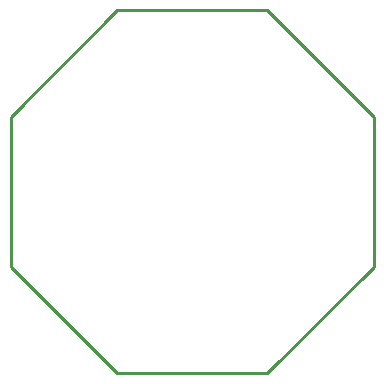
<source format=gbr>
%TF.GenerationSoftware,Altium Limited,Altium Designer,21.2.1 (34)*%
G04 Layer_Color=16711935*
%FSLAX26Y26*%
%MOIN*%
%TF.SameCoordinates,9B619AE5-86D3-421A-82E6-E0B3A417AA1F*%
%TF.FilePolarity,Positive*%
%TF.FileFunction,Other,Mechanical_1*%
%TF.Part,Single*%
G01*
G75*
%TA.AperFunction,NonConductor*%
%ADD29C,0.010000*%
D29*
X3380000Y2875000D02*
X3630000D01*
X3025000Y2520000D02*
X3380000Y2875000D01*
X3025000Y2270000D02*
Y2520000D01*
X4235000Y2270000D02*
Y2520000D01*
X3880000Y2875000D02*
X4235000Y2520000D01*
X3630000Y2875000D02*
X3880000D01*
X3630000Y1665000D02*
X3880000D01*
X4235000Y2020000D01*
Y2270000D01*
X3380000Y1665000D02*
X3630000D01*
X3025000Y2020000D02*
X3380000Y1665000D01*
X3025000Y2020000D02*
Y2270000D01*
%TF.MD5,fc23348800dce884f068d69e8207a2fe*%
M02*

</source>
